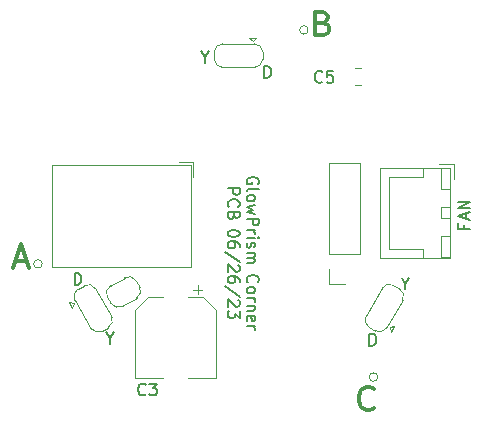
<source format=gbr>
%TF.GenerationSoftware,KiCad,Pcbnew,(7.0.0)*%
%TF.CreationDate,2023-06-29T15:53:59-07:00*%
%TF.ProjectId,GlowPrism Corner PCB,476c6f77-5072-4697-936d-20436f726e65,rev?*%
%TF.SameCoordinates,Original*%
%TF.FileFunction,Legend,Top*%
%TF.FilePolarity,Positive*%
%FSLAX46Y46*%
G04 Gerber Fmt 4.6, Leading zero omitted, Abs format (unit mm)*
G04 Created by KiCad (PCBNEW (7.0.0)) date 2023-06-29 15:53:59*
%MOMM*%
%LPD*%
G01*
G04 APERTURE LIST*
%ADD10C,0.150000*%
%ADD11C,0.300000*%
%ADD12C,0.100000*%
%ADD13C,0.120000*%
G04 APERTURE END LIST*
D10*
X14144571Y-5097390D02*
X14144571Y-5573580D01*
X13811238Y-4573580D02*
X14144571Y-5097390D01*
X14144571Y-5097390D02*
X14477904Y-4573580D01*
D11*
X7162657Y17002257D02*
X7448371Y16907019D01*
X7448371Y16907019D02*
X7543609Y16811780D01*
X7543609Y16811780D02*
X7638847Y16621304D01*
X7638847Y16621304D02*
X7638847Y16335590D01*
X7638847Y16335590D02*
X7543609Y16145114D01*
X7543609Y16145114D02*
X7448371Y16049876D01*
X7448371Y16049876D02*
X7257895Y15954638D01*
X7257895Y15954638D02*
X6495990Y15954638D01*
X6495990Y15954638D02*
X6495990Y17954638D01*
X6495990Y17954638D02*
X7162657Y17954638D01*
X7162657Y17954638D02*
X7353133Y17859400D01*
X7353133Y17859400D02*
X7448371Y17764161D01*
X7448371Y17764161D02*
X7543609Y17573685D01*
X7543609Y17573685D02*
X7543609Y17383209D01*
X7543609Y17383209D02*
X7448371Y17192733D01*
X7448371Y17192733D02*
X7353133Y17097495D01*
X7353133Y17097495D02*
X7162657Y17002257D01*
X7162657Y17002257D02*
X6495990Y17002257D01*
D10*
X2193895Y12333419D02*
X2193895Y13333419D01*
X2193895Y13333419D02*
X2431990Y13333419D01*
X2431990Y13333419D02*
X2574847Y13285800D01*
X2574847Y13285800D02*
X2670085Y13190561D01*
X2670085Y13190561D02*
X2717704Y13095323D01*
X2717704Y13095323D02*
X2765323Y12904847D01*
X2765323Y12904847D02*
X2765323Y12761990D01*
X2765323Y12761990D02*
X2717704Y12571514D01*
X2717704Y12571514D02*
X2670085Y12476276D01*
X2670085Y12476276D02*
X2574847Y12381038D01*
X2574847Y12381038D02*
X2431990Y12333419D01*
X2431990Y12333419D02*
X2193895Y12333419D01*
X-10899828Y-9694790D02*
X-10899828Y-10170980D01*
X-11233161Y-9170980D02*
X-10899828Y-9694790D01*
X-10899828Y-9694790D02*
X-10566495Y-9170980D01*
X-13858904Y-5192580D02*
X-13858904Y-4192580D01*
X-13858904Y-4192580D02*
X-13620809Y-4192580D01*
X-13620809Y-4192580D02*
X-13477952Y-4240200D01*
X-13477952Y-4240200D02*
X-13382714Y-4335438D01*
X-13382714Y-4335438D02*
X-13335095Y-4430676D01*
X-13335095Y-4430676D02*
X-13287476Y-4621152D01*
X-13287476Y-4621152D02*
X-13287476Y-4764009D01*
X-13287476Y-4764009D02*
X-13335095Y-4954485D01*
X-13335095Y-4954485D02*
X-13382714Y-5049723D01*
X-13382714Y-5049723D02*
X-13477952Y-5144961D01*
X-13477952Y-5144961D02*
X-13620809Y-5192580D01*
X-13620809Y-5192580D02*
X-13858904Y-5192580D01*
D11*
X11448847Y-15604885D02*
X11353609Y-15700123D01*
X11353609Y-15700123D02*
X11067895Y-15795361D01*
X11067895Y-15795361D02*
X10877419Y-15795361D01*
X10877419Y-15795361D02*
X10591704Y-15700123D01*
X10591704Y-15700123D02*
X10401228Y-15509647D01*
X10401228Y-15509647D02*
X10305990Y-15319171D01*
X10305990Y-15319171D02*
X10210752Y-14938219D01*
X10210752Y-14938219D02*
X10210752Y-14652504D01*
X10210752Y-14652504D02*
X10305990Y-14271552D01*
X10305990Y-14271552D02*
X10401228Y-14081076D01*
X10401228Y-14081076D02*
X10591704Y-13890600D01*
X10591704Y-13890600D02*
X10877419Y-13795361D01*
X10877419Y-13795361D02*
X11067895Y-13795361D01*
X11067895Y-13795361D02*
X11353609Y-13890600D01*
X11353609Y-13890600D02*
X11448847Y-13985838D01*
D10*
X19070571Y-88971D02*
X19070571Y-422304D01*
X19594380Y-422304D02*
X18594380Y-422304D01*
X18594380Y-422304D02*
X18594380Y53885D01*
X19308666Y387219D02*
X19308666Y863409D01*
X19594380Y291981D02*
X18594380Y625314D01*
X18594380Y625314D02*
X19594380Y958647D01*
X19594380Y1291981D02*
X18594380Y1291981D01*
X18594380Y1291981D02*
X19594380Y1863409D01*
X19594380Y1863409D02*
X18594380Y1863409D01*
X1672400Y3379019D02*
X1720019Y3474257D01*
X1720019Y3474257D02*
X1720019Y3617114D01*
X1720019Y3617114D02*
X1672400Y3759971D01*
X1672400Y3759971D02*
X1577161Y3855209D01*
X1577161Y3855209D02*
X1481923Y3902828D01*
X1481923Y3902828D02*
X1291447Y3950447D01*
X1291447Y3950447D02*
X1148590Y3950447D01*
X1148590Y3950447D02*
X958114Y3902828D01*
X958114Y3902828D02*
X862876Y3855209D01*
X862876Y3855209D02*
X767638Y3759971D01*
X767638Y3759971D02*
X720019Y3617114D01*
X720019Y3617114D02*
X720019Y3521876D01*
X720019Y3521876D02*
X767638Y3379019D01*
X767638Y3379019D02*
X815257Y3331400D01*
X815257Y3331400D02*
X1148590Y3331400D01*
X1148590Y3331400D02*
X1148590Y3521876D01*
X720019Y2759971D02*
X767638Y2855209D01*
X767638Y2855209D02*
X862876Y2902828D01*
X862876Y2902828D02*
X1720019Y2902828D01*
X720019Y2236161D02*
X767638Y2331399D01*
X767638Y2331399D02*
X815257Y2379018D01*
X815257Y2379018D02*
X910495Y2426637D01*
X910495Y2426637D02*
X1196209Y2426637D01*
X1196209Y2426637D02*
X1291447Y2379018D01*
X1291447Y2379018D02*
X1339066Y2331399D01*
X1339066Y2331399D02*
X1386685Y2236161D01*
X1386685Y2236161D02*
X1386685Y2093304D01*
X1386685Y2093304D02*
X1339066Y1998066D01*
X1339066Y1998066D02*
X1291447Y1950447D01*
X1291447Y1950447D02*
X1196209Y1902828D01*
X1196209Y1902828D02*
X910495Y1902828D01*
X910495Y1902828D02*
X815257Y1950447D01*
X815257Y1950447D02*
X767638Y1998066D01*
X767638Y1998066D02*
X720019Y2093304D01*
X720019Y2093304D02*
X720019Y2236161D01*
X1386685Y1569494D02*
X720019Y1379018D01*
X720019Y1379018D02*
X1196209Y1188542D01*
X1196209Y1188542D02*
X720019Y998066D01*
X720019Y998066D02*
X1386685Y807590D01*
X720019Y426637D02*
X1720019Y426637D01*
X1720019Y426637D02*
X1720019Y45685D01*
X1720019Y45685D02*
X1672400Y-49552D01*
X1672400Y-49552D02*
X1624780Y-97171D01*
X1624780Y-97171D02*
X1529542Y-144790D01*
X1529542Y-144790D02*
X1386685Y-144790D01*
X1386685Y-144790D02*
X1291447Y-97171D01*
X1291447Y-97171D02*
X1243828Y-49552D01*
X1243828Y-49552D02*
X1196209Y45685D01*
X1196209Y45685D02*
X1196209Y426637D01*
X720019Y-573362D02*
X1386685Y-573362D01*
X1196209Y-573362D02*
X1291447Y-620981D01*
X1291447Y-620981D02*
X1339066Y-668600D01*
X1339066Y-668600D02*
X1386685Y-763838D01*
X1386685Y-763838D02*
X1386685Y-859076D01*
X720019Y-1192410D02*
X1386685Y-1192410D01*
X1720019Y-1192410D02*
X1672400Y-1144791D01*
X1672400Y-1144791D02*
X1624780Y-1192410D01*
X1624780Y-1192410D02*
X1672400Y-1240029D01*
X1672400Y-1240029D02*
X1720019Y-1192410D01*
X1720019Y-1192410D02*
X1624780Y-1192410D01*
X767638Y-1620981D02*
X720019Y-1716219D01*
X720019Y-1716219D02*
X720019Y-1906695D01*
X720019Y-1906695D02*
X767638Y-2001933D01*
X767638Y-2001933D02*
X862876Y-2049552D01*
X862876Y-2049552D02*
X910495Y-2049552D01*
X910495Y-2049552D02*
X1005733Y-2001933D01*
X1005733Y-2001933D02*
X1053352Y-1906695D01*
X1053352Y-1906695D02*
X1053352Y-1763838D01*
X1053352Y-1763838D02*
X1100971Y-1668600D01*
X1100971Y-1668600D02*
X1196209Y-1620981D01*
X1196209Y-1620981D02*
X1243828Y-1620981D01*
X1243828Y-1620981D02*
X1339066Y-1668600D01*
X1339066Y-1668600D02*
X1386685Y-1763838D01*
X1386685Y-1763838D02*
X1386685Y-1906695D01*
X1386685Y-1906695D02*
X1339066Y-2001933D01*
X720019Y-2478124D02*
X1386685Y-2478124D01*
X1291447Y-2478124D02*
X1339066Y-2525743D01*
X1339066Y-2525743D02*
X1386685Y-2620981D01*
X1386685Y-2620981D02*
X1386685Y-2763838D01*
X1386685Y-2763838D02*
X1339066Y-2859076D01*
X1339066Y-2859076D02*
X1243828Y-2906695D01*
X1243828Y-2906695D02*
X720019Y-2906695D01*
X1243828Y-2906695D02*
X1339066Y-2954314D01*
X1339066Y-2954314D02*
X1386685Y-3049552D01*
X1386685Y-3049552D02*
X1386685Y-3192409D01*
X1386685Y-3192409D02*
X1339066Y-3287648D01*
X1339066Y-3287648D02*
X1243828Y-3335267D01*
X1243828Y-3335267D02*
X720019Y-3335267D01*
X815257Y-4982885D02*
X767638Y-4935266D01*
X767638Y-4935266D02*
X720019Y-4792409D01*
X720019Y-4792409D02*
X720019Y-4697171D01*
X720019Y-4697171D02*
X767638Y-4554314D01*
X767638Y-4554314D02*
X862876Y-4459076D01*
X862876Y-4459076D02*
X958114Y-4411457D01*
X958114Y-4411457D02*
X1148590Y-4363838D01*
X1148590Y-4363838D02*
X1291447Y-4363838D01*
X1291447Y-4363838D02*
X1481923Y-4411457D01*
X1481923Y-4411457D02*
X1577161Y-4459076D01*
X1577161Y-4459076D02*
X1672400Y-4554314D01*
X1672400Y-4554314D02*
X1720019Y-4697171D01*
X1720019Y-4697171D02*
X1720019Y-4792409D01*
X1720019Y-4792409D02*
X1672400Y-4935266D01*
X1672400Y-4935266D02*
X1624780Y-4982885D01*
X720019Y-5554314D02*
X767638Y-5459076D01*
X767638Y-5459076D02*
X815257Y-5411457D01*
X815257Y-5411457D02*
X910495Y-5363838D01*
X910495Y-5363838D02*
X1196209Y-5363838D01*
X1196209Y-5363838D02*
X1291447Y-5411457D01*
X1291447Y-5411457D02*
X1339066Y-5459076D01*
X1339066Y-5459076D02*
X1386685Y-5554314D01*
X1386685Y-5554314D02*
X1386685Y-5697171D01*
X1386685Y-5697171D02*
X1339066Y-5792409D01*
X1339066Y-5792409D02*
X1291447Y-5840028D01*
X1291447Y-5840028D02*
X1196209Y-5887647D01*
X1196209Y-5887647D02*
X910495Y-5887647D01*
X910495Y-5887647D02*
X815257Y-5840028D01*
X815257Y-5840028D02*
X767638Y-5792409D01*
X767638Y-5792409D02*
X720019Y-5697171D01*
X720019Y-5697171D02*
X720019Y-5554314D01*
X720019Y-6316219D02*
X1386685Y-6316219D01*
X1196209Y-6316219D02*
X1291447Y-6363838D01*
X1291447Y-6363838D02*
X1339066Y-6411457D01*
X1339066Y-6411457D02*
X1386685Y-6506695D01*
X1386685Y-6506695D02*
X1386685Y-6601933D01*
X1386685Y-6935267D02*
X720019Y-6935267D01*
X1291447Y-6935267D02*
X1339066Y-6982886D01*
X1339066Y-6982886D02*
X1386685Y-7078124D01*
X1386685Y-7078124D02*
X1386685Y-7220981D01*
X1386685Y-7220981D02*
X1339066Y-7316219D01*
X1339066Y-7316219D02*
X1243828Y-7363838D01*
X1243828Y-7363838D02*
X720019Y-7363838D01*
X767638Y-8220981D02*
X720019Y-8125743D01*
X720019Y-8125743D02*
X720019Y-7935267D01*
X720019Y-7935267D02*
X767638Y-7840029D01*
X767638Y-7840029D02*
X862876Y-7792410D01*
X862876Y-7792410D02*
X1243828Y-7792410D01*
X1243828Y-7792410D02*
X1339066Y-7840029D01*
X1339066Y-7840029D02*
X1386685Y-7935267D01*
X1386685Y-7935267D02*
X1386685Y-8125743D01*
X1386685Y-8125743D02*
X1339066Y-8220981D01*
X1339066Y-8220981D02*
X1243828Y-8268600D01*
X1243828Y-8268600D02*
X1148590Y-8268600D01*
X1148590Y-8268600D02*
X1053352Y-7792410D01*
X720019Y-8697172D02*
X1386685Y-8697172D01*
X1196209Y-8697172D02*
X1291447Y-8744791D01*
X1291447Y-8744791D02*
X1339066Y-8792410D01*
X1339066Y-8792410D02*
X1386685Y-8887648D01*
X1386685Y-8887648D02*
X1386685Y-8982886D01*
X-899980Y2998066D02*
X100019Y2998066D01*
X100019Y2998066D02*
X100019Y2617114D01*
X100019Y2617114D02*
X52400Y2521876D01*
X52400Y2521876D02*
X4780Y2474257D01*
X4780Y2474257D02*
X-90457Y2426638D01*
X-90457Y2426638D02*
X-233314Y2426638D01*
X-233314Y2426638D02*
X-328552Y2474257D01*
X-328552Y2474257D02*
X-376171Y2521876D01*
X-376171Y2521876D02*
X-423790Y2617114D01*
X-423790Y2617114D02*
X-423790Y2998066D01*
X-804742Y1426638D02*
X-852361Y1474257D01*
X-852361Y1474257D02*
X-899980Y1617114D01*
X-899980Y1617114D02*
X-899980Y1712352D01*
X-899980Y1712352D02*
X-852361Y1855209D01*
X-852361Y1855209D02*
X-757123Y1950447D01*
X-757123Y1950447D02*
X-661885Y1998066D01*
X-661885Y1998066D02*
X-471409Y2045685D01*
X-471409Y2045685D02*
X-328552Y2045685D01*
X-328552Y2045685D02*
X-138076Y1998066D01*
X-138076Y1998066D02*
X-42838Y1950447D01*
X-42838Y1950447D02*
X52400Y1855209D01*
X52400Y1855209D02*
X100019Y1712352D01*
X100019Y1712352D02*
X100019Y1617114D01*
X100019Y1617114D02*
X52400Y1474257D01*
X52400Y1474257D02*
X4780Y1426638D01*
X-376171Y664733D02*
X-423790Y521876D01*
X-423790Y521876D02*
X-471409Y474257D01*
X-471409Y474257D02*
X-566647Y426638D01*
X-566647Y426638D02*
X-709504Y426638D01*
X-709504Y426638D02*
X-804742Y474257D01*
X-804742Y474257D02*
X-852361Y521876D01*
X-852361Y521876D02*
X-899980Y617114D01*
X-899980Y617114D02*
X-899980Y998066D01*
X-899980Y998066D02*
X100019Y998066D01*
X100019Y998066D02*
X100019Y664733D01*
X100019Y664733D02*
X52400Y569495D01*
X52400Y569495D02*
X4780Y521876D01*
X4780Y521876D02*
X-90457Y474257D01*
X-90457Y474257D02*
X-185695Y474257D01*
X-185695Y474257D02*
X-280933Y521876D01*
X-280933Y521876D02*
X-328552Y569495D01*
X-328552Y569495D02*
X-376171Y664733D01*
X-376171Y664733D02*
X-376171Y998066D01*
X100019Y-792409D02*
X100019Y-887647D01*
X100019Y-887647D02*
X52400Y-982885D01*
X52400Y-982885D02*
X4780Y-1030504D01*
X4780Y-1030504D02*
X-90457Y-1078123D01*
X-90457Y-1078123D02*
X-280933Y-1125742D01*
X-280933Y-1125742D02*
X-519028Y-1125742D01*
X-519028Y-1125742D02*
X-709504Y-1078123D01*
X-709504Y-1078123D02*
X-804742Y-1030504D01*
X-804742Y-1030504D02*
X-852361Y-982885D01*
X-852361Y-982885D02*
X-899980Y-887647D01*
X-899980Y-887647D02*
X-899980Y-792409D01*
X-899980Y-792409D02*
X-852361Y-697171D01*
X-852361Y-697171D02*
X-804742Y-649552D01*
X-804742Y-649552D02*
X-709504Y-601933D01*
X-709504Y-601933D02*
X-519028Y-554314D01*
X-519028Y-554314D02*
X-280933Y-554314D01*
X-280933Y-554314D02*
X-90457Y-601933D01*
X-90457Y-601933D02*
X4780Y-649552D01*
X4780Y-649552D02*
X52400Y-697171D01*
X52400Y-697171D02*
X100019Y-792409D01*
X100019Y-1982885D02*
X100019Y-1792409D01*
X100019Y-1792409D02*
X52400Y-1697171D01*
X52400Y-1697171D02*
X4780Y-1649552D01*
X4780Y-1649552D02*
X-138076Y-1554314D01*
X-138076Y-1554314D02*
X-328552Y-1506695D01*
X-328552Y-1506695D02*
X-709504Y-1506695D01*
X-709504Y-1506695D02*
X-804742Y-1554314D01*
X-804742Y-1554314D02*
X-852361Y-1601933D01*
X-852361Y-1601933D02*
X-899980Y-1697171D01*
X-899980Y-1697171D02*
X-899980Y-1887647D01*
X-899980Y-1887647D02*
X-852361Y-1982885D01*
X-852361Y-1982885D02*
X-804742Y-2030504D01*
X-804742Y-2030504D02*
X-709504Y-2078123D01*
X-709504Y-2078123D02*
X-471409Y-2078123D01*
X-471409Y-2078123D02*
X-376171Y-2030504D01*
X-376171Y-2030504D02*
X-328552Y-1982885D01*
X-328552Y-1982885D02*
X-280933Y-1887647D01*
X-280933Y-1887647D02*
X-280933Y-1697171D01*
X-280933Y-1697171D02*
X-328552Y-1601933D01*
X-328552Y-1601933D02*
X-376171Y-1554314D01*
X-376171Y-1554314D02*
X-471409Y-1506695D01*
X147638Y-3220980D02*
X-1138076Y-2363838D01*
X4780Y-3506695D02*
X52400Y-3554314D01*
X52400Y-3554314D02*
X100019Y-3649552D01*
X100019Y-3649552D02*
X100019Y-3887647D01*
X100019Y-3887647D02*
X52400Y-3982885D01*
X52400Y-3982885D02*
X4780Y-4030504D01*
X4780Y-4030504D02*
X-90457Y-4078123D01*
X-90457Y-4078123D02*
X-185695Y-4078123D01*
X-185695Y-4078123D02*
X-328552Y-4030504D01*
X-328552Y-4030504D02*
X-899980Y-3459076D01*
X-899980Y-3459076D02*
X-899980Y-4078123D01*
X100019Y-4935266D02*
X100019Y-4744790D01*
X100019Y-4744790D02*
X52400Y-4649552D01*
X52400Y-4649552D02*
X4780Y-4601933D01*
X4780Y-4601933D02*
X-138076Y-4506695D01*
X-138076Y-4506695D02*
X-328552Y-4459076D01*
X-328552Y-4459076D02*
X-709504Y-4459076D01*
X-709504Y-4459076D02*
X-804742Y-4506695D01*
X-804742Y-4506695D02*
X-852361Y-4554314D01*
X-852361Y-4554314D02*
X-899980Y-4649552D01*
X-899980Y-4649552D02*
X-899980Y-4840028D01*
X-899980Y-4840028D02*
X-852361Y-4935266D01*
X-852361Y-4935266D02*
X-804742Y-4982885D01*
X-804742Y-4982885D02*
X-709504Y-5030504D01*
X-709504Y-5030504D02*
X-471409Y-5030504D01*
X-471409Y-5030504D02*
X-376171Y-4982885D01*
X-376171Y-4982885D02*
X-328552Y-4935266D01*
X-328552Y-4935266D02*
X-280933Y-4840028D01*
X-280933Y-4840028D02*
X-280933Y-4649552D01*
X-280933Y-4649552D02*
X-328552Y-4554314D01*
X-328552Y-4554314D02*
X-376171Y-4506695D01*
X-376171Y-4506695D02*
X-471409Y-4459076D01*
X147638Y-6173361D02*
X-1138076Y-5316219D01*
X4780Y-6459076D02*
X52400Y-6506695D01*
X52400Y-6506695D02*
X100019Y-6601933D01*
X100019Y-6601933D02*
X100019Y-6840028D01*
X100019Y-6840028D02*
X52400Y-6935266D01*
X52400Y-6935266D02*
X4780Y-6982885D01*
X4780Y-6982885D02*
X-90457Y-7030504D01*
X-90457Y-7030504D02*
X-185695Y-7030504D01*
X-185695Y-7030504D02*
X-328552Y-6982885D01*
X-328552Y-6982885D02*
X-899980Y-6411457D01*
X-899980Y-6411457D02*
X-899980Y-7030504D01*
X100019Y-7363838D02*
X100019Y-7982885D01*
X100019Y-7982885D02*
X-280933Y-7649552D01*
X-280933Y-7649552D02*
X-280933Y-7792409D01*
X-280933Y-7792409D02*
X-328552Y-7887647D01*
X-328552Y-7887647D02*
X-376171Y-7935266D01*
X-376171Y-7935266D02*
X-471409Y-7982885D01*
X-471409Y-7982885D02*
X-709504Y-7982885D01*
X-709504Y-7982885D02*
X-804742Y-7935266D01*
X-804742Y-7935266D02*
X-852361Y-7887647D01*
X-852361Y-7887647D02*
X-899980Y-7792409D01*
X-899980Y-7792409D02*
X-899980Y-7506695D01*
X-899980Y-7506695D02*
X-852361Y-7411457D01*
X-852361Y-7411457D02*
X-804742Y-7363838D01*
D11*
X-18872247Y-3184333D02*
X-17919866Y-3184333D01*
X-19062723Y-3755761D02*
X-18396057Y-1755761D01*
X-18396057Y-1755761D02*
X-17729390Y-3755761D01*
D10*
X-2822628Y14079609D02*
X-2822628Y13603419D01*
X-3155961Y14603419D02*
X-2822628Y14079609D01*
X-2822628Y14079609D02*
X-2489295Y14603419D01*
X11083895Y-10323380D02*
X11083895Y-9323380D01*
X11083895Y-9323380D02*
X11321990Y-9323380D01*
X11321990Y-9323380D02*
X11464847Y-9371000D01*
X11464847Y-9371000D02*
X11560085Y-9466238D01*
X11560085Y-9466238D02*
X11607704Y-9561476D01*
X11607704Y-9561476D02*
X11655323Y-9751952D01*
X11655323Y-9751952D02*
X11655323Y-9894809D01*
X11655323Y-9894809D02*
X11607704Y-10085285D01*
X11607704Y-10085285D02*
X11560085Y-10180523D01*
X11560085Y-10180523D02*
X11464847Y-10275761D01*
X11464847Y-10275761D02*
X11321990Y-10323380D01*
X11321990Y-10323380D02*
X11083895Y-10323380D01*
%TO.C,C3*%
X-7862866Y-14445342D02*
X-7910485Y-14492961D01*
X-7910485Y-14492961D02*
X-8053342Y-14540580D01*
X-8053342Y-14540580D02*
X-8148580Y-14540580D01*
X-8148580Y-14540580D02*
X-8291437Y-14492961D01*
X-8291437Y-14492961D02*
X-8386675Y-14397723D01*
X-8386675Y-14397723D02*
X-8434294Y-14302485D01*
X-8434294Y-14302485D02*
X-8481913Y-14112009D01*
X-8481913Y-14112009D02*
X-8481913Y-13969152D01*
X-8481913Y-13969152D02*
X-8434294Y-13778676D01*
X-8434294Y-13778676D02*
X-8386675Y-13683438D01*
X-8386675Y-13683438D02*
X-8291437Y-13588200D01*
X-8291437Y-13588200D02*
X-8148580Y-13540580D01*
X-8148580Y-13540580D02*
X-8053342Y-13540580D01*
X-8053342Y-13540580D02*
X-7910485Y-13588200D01*
X-7910485Y-13588200D02*
X-7862866Y-13635819D01*
X-7529532Y-13540580D02*
X-6910485Y-13540580D01*
X-6910485Y-13540580D02*
X-7243818Y-13921533D01*
X-7243818Y-13921533D02*
X-7100961Y-13921533D01*
X-7100961Y-13921533D02*
X-7005723Y-13969152D01*
X-7005723Y-13969152D02*
X-6958104Y-14016771D01*
X-6958104Y-14016771D02*
X-6910485Y-14112009D01*
X-6910485Y-14112009D02*
X-6910485Y-14350104D01*
X-6910485Y-14350104D02*
X-6958104Y-14445342D01*
X-6958104Y-14445342D02*
X-7005723Y-14492961D01*
X-7005723Y-14492961D02*
X-7100961Y-14540580D01*
X-7100961Y-14540580D02*
X-7386675Y-14540580D01*
X-7386675Y-14540580D02*
X-7481913Y-14492961D01*
X-7481913Y-14492961D02*
X-7529532Y-14445342D01*
%TO.C,C5*%
X7097733Y12021457D02*
X7050114Y11973838D01*
X7050114Y11973838D02*
X6907257Y11926219D01*
X6907257Y11926219D02*
X6812019Y11926219D01*
X6812019Y11926219D02*
X6669162Y11973838D01*
X6669162Y11973838D02*
X6573924Y12069076D01*
X6573924Y12069076D02*
X6526305Y12164314D01*
X6526305Y12164314D02*
X6478686Y12354790D01*
X6478686Y12354790D02*
X6478686Y12497647D01*
X6478686Y12497647D02*
X6526305Y12688123D01*
X6526305Y12688123D02*
X6573924Y12783361D01*
X6573924Y12783361D02*
X6669162Y12878600D01*
X6669162Y12878600D02*
X6812019Y12926219D01*
X6812019Y12926219D02*
X6907257Y12926219D01*
X6907257Y12926219D02*
X7050114Y12878600D01*
X7050114Y12878600D02*
X7097733Y12830980D01*
X8002495Y12926219D02*
X7526305Y12926219D01*
X7526305Y12926219D02*
X7478686Y12450028D01*
X7478686Y12450028D02*
X7526305Y12497647D01*
X7526305Y12497647D02*
X7621543Y12545266D01*
X7621543Y12545266D02*
X7859638Y12545266D01*
X7859638Y12545266D02*
X7954876Y12497647D01*
X7954876Y12497647D02*
X8002495Y12450028D01*
X8002495Y12450028D02*
X8050114Y12354790D01*
X8050114Y12354790D02*
X8050114Y12116695D01*
X8050114Y12116695D02*
X8002495Y12021457D01*
X8002495Y12021457D02*
X7954876Y11973838D01*
X7954876Y11973838D02*
X7859638Y11926219D01*
X7859638Y11926219D02*
X7621543Y11926219D01*
X7621543Y11926219D02*
X7526305Y11973838D01*
X7526305Y11973838D02*
X7478686Y12021457D01*
D12*
%TO.C,J5*%
X5900000Y16400000D02*
G75*
G03*
X5900000Y16400000I-360555J0D01*
G01*
D13*
%TO.C,J8*%
X9000000Y-5140000D02*
X7670000Y-5140000D01*
X7670000Y-5140000D02*
X7670000Y-3810000D01*
X10330000Y-2540000D02*
X10330000Y5140000D01*
X10330000Y-2540000D02*
X7670000Y-2540000D01*
X7670000Y-2540000D02*
X7670000Y5140000D01*
X10330000Y5140000D02*
X7670000Y5140000D01*
%TO.C,JP4*%
X13920825Y-6433197D02*
X12520825Y-8858069D01*
X13119992Y-5220281D02*
X13639608Y-5520281D01*
X10788775Y-7858069D02*
X12188775Y-5433197D01*
X12794030Y-8784863D02*
X13203838Y-8675056D01*
X11589608Y-9070985D02*
X11069992Y-8770985D01*
X12794030Y-8784863D02*
X12903838Y-9194671D01*
X12903838Y-9194671D02*
X13203838Y-8675056D01*
X13119991Y-5220282D02*
G75*
G03*
X12163775Y-5476499I-349999J-606217D01*
G01*
X10813776Y-7814767D02*
G75*
G03*
X11069992Y-8770984I606215J-350001D01*
G01*
X11589608Y-9070985D02*
G75*
G03*
X12545825Y-8814767I350000J606216D01*
G01*
X13895826Y-6476499D02*
G75*
G03*
X13639608Y-5520281I-606218J350000D01*
G01*
%TO.C,J9*%
X15668600Y-2865600D02*
X15668600Y-2115600D01*
X15668600Y-2115600D02*
X12718600Y-2115600D01*
X12718600Y-2115600D02*
X12718600Y934400D01*
X15668600Y3984400D02*
X12718600Y3984400D01*
X17918600Y434400D02*
X17918600Y1434400D01*
X17918600Y1434400D02*
X17168600Y1434400D01*
X17168600Y1434400D02*
X17168600Y434400D01*
X17168600Y-1065600D02*
X17168600Y-2865600D01*
X17918600Y-2865600D02*
X17918600Y-1065600D01*
X18218600Y5034400D02*
X16968600Y5034400D01*
X17928600Y4744400D02*
X11958600Y4744400D01*
X17918600Y4734400D02*
X17168600Y4734400D01*
X11958600Y4744400D02*
X11958600Y-2875600D01*
X17168600Y434400D02*
X17918600Y434400D01*
X15668600Y4734400D02*
X15668600Y3984400D01*
X17168600Y4734400D02*
X17168600Y2934400D01*
X18218600Y3784400D02*
X18218600Y5034400D01*
X17168600Y-2865600D02*
X17918600Y-2865600D01*
X17918600Y2934400D02*
X17918600Y4734400D01*
X17928600Y-2875600D02*
X17928600Y4744400D01*
X12718600Y3984400D02*
X12718600Y934400D01*
X17918600Y-1065600D02*
X17168600Y-1065600D01*
X11958600Y-2875600D02*
X17928600Y-2875600D01*
X17168600Y2934400D02*
X17918600Y2934400D01*
D12*
%TO.C,J6*%
X11793649Y-12997300D02*
G75*
G03*
X11793649Y-12997300I-360555J0D01*
G01*
D13*
%TO.C,JP3*%
X-1395400Y15224000D02*
X1404600Y15224000D01*
X-2045400Y13924000D02*
X-2045400Y14524000D01*
X1404600Y13224000D02*
X-1395400Y13224000D01*
X1204600Y15424000D02*
X904600Y15724000D01*
X2054600Y14524000D02*
X2054600Y13924000D01*
X1204600Y15424000D02*
X1504600Y15724000D01*
X1504600Y15724000D02*
X904600Y15724000D01*
X-2045400Y13924000D02*
G75*
G03*
X-1345400Y13224000I700000J0D01*
G01*
X1354600Y13224000D02*
G75*
G03*
X2054600Y13924000I1J699999D01*
G01*
X2054600Y14524000D02*
G75*
G03*
X1354600Y15224000I-699999J1D01*
G01*
X-1345400Y15224000D02*
G75*
G03*
X-2045400Y14524000I0J-700000D01*
G01*
%TO.C,JP2*%
X-12470025Y-8883469D02*
X-13870025Y-6458597D01*
X-11019192Y-8796385D02*
X-11538808Y-9096385D01*
X-12137975Y-5458597D02*
X-10737975Y-7883469D01*
X-13943230Y-6731803D02*
X-14053038Y-7141610D01*
X-13588808Y-5545681D02*
X-13069192Y-5245681D01*
X-13943230Y-6731803D02*
X-14353038Y-6621995D01*
X-14353038Y-6621995D02*
X-14053038Y-7141610D01*
X-11019193Y-8796384D02*
G75*
G03*
X-10762975Y-7840167I-349999J606217D01*
G01*
X-12112975Y-5501899D02*
G75*
G03*
X-13069192Y-5245681I-606217J-349998D01*
G01*
X-13588808Y-5545682D02*
G75*
G03*
X-13845024Y-6501899I349999J-606216D01*
G01*
X-12495026Y-8840167D02*
G75*
G03*
X-11538808Y-9096385I606218J350000D01*
G01*
%TO.C,U1*%
X-4045800Y-3664400D02*
X-4045800Y4955600D01*
X-3805800Y3955600D02*
X-3805800Y5195600D01*
X-4045800Y4955600D02*
X-15766800Y4955600D01*
X-3805800Y5195600D02*
X-5045800Y5195600D01*
X-15766800Y-3664400D02*
X-15766800Y4955600D01*
X-4045800Y-3664400D02*
X-15766800Y-3664400D01*
%TO.C,JP1*%
X-10838535Y-5269975D02*
X-9626099Y-4569975D01*
X-8626099Y-6302025D02*
X-9838535Y-7002025D01*
X-8669881Y-4826192D02*
X-8369881Y-5345808D01*
X-10794753Y-6745808D02*
X-11094753Y-6226192D01*
X-8669882Y-4826193D02*
G75*
G03*
X-9626099Y-4569975I-606217J-349999D01*
G01*
X-10838535Y-5269975D02*
G75*
G03*
X-11094753Y-6226192I349999J-606217D01*
G01*
X-10794752Y-6745807D02*
G75*
G03*
X-9838535Y-7002025I606217J349998D01*
G01*
X-8626099Y-6302026D02*
G75*
G03*
X-8369881Y-5345808I-350000J606218D01*
G01*
D12*
%TO.C,J4*%
X-16611984Y-3402700D02*
G75*
G03*
X-16611984Y-3402700I-360555J0D01*
G01*
D13*
%TO.C,C3*%
X-2963037Y-6216600D02*
X-4248600Y-6216600D01*
X-2963037Y-6216600D02*
X-1898600Y-7281037D01*
X-8718600Y-13036600D02*
X-6368600Y-13036600D01*
X-3461100Y-5189100D02*
X-3461100Y-5976600D01*
X-1898600Y-13036600D02*
X-4248600Y-13036600D01*
X-3067350Y-5582850D02*
X-3854850Y-5582850D01*
X-7654163Y-6216600D02*
X-6368600Y-6216600D01*
X-8718600Y-7281037D02*
X-8718600Y-13036600D01*
X-7654163Y-6216600D02*
X-8718600Y-7281037D01*
X-1898600Y-7281037D02*
X-1898600Y-13036600D01*
%TO.C,C5*%
X9847948Y11711000D02*
X10370452Y11711000D01*
X9847948Y13181000D02*
X10370452Y13181000D01*
%TD*%
M02*

</source>
